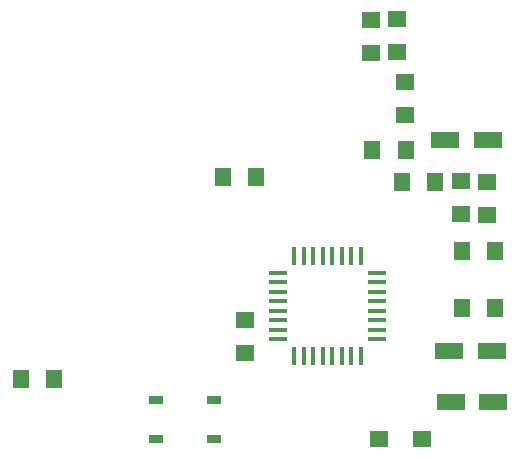
<source format=gbr>
G04 DipTrace 2.4.0.2*
%INTopPaste.gbr*%
%MOIN*%
%ADD60R,0.051X0.0274*%
%ADD62R,0.0117X0.0589*%
%ADD64R,0.0589X0.0117*%
%ADD78R,0.0628X0.0581*%
%ADD80R,0.0943X0.055*%
%ADD82R,0.0628X0.055*%
%ADD84R,0.055X0.0628*%
%FSLAX44Y44*%
G04*
G70*
G90*
G75*
G01*
%LNTopPaste*%
%LPD*%
D84*
X24113Y11084D3*
X25216D3*
X24113Y9178D3*
X25216D3*
D82*
X16869Y7687D3*
Y8789D3*
D80*
X23688Y7741D3*
X25105D3*
D84*
X22231Y14451D3*
X21129D3*
X22097Y13388D3*
X23200D3*
D82*
X24076Y12323D3*
Y13425D3*
D84*
X16137Y13571D3*
X17240D3*
D80*
X23555Y14780D3*
X24972D3*
X23735Y6056D3*
X25153D3*
D78*
X21341Y4812D3*
X22790D3*
D82*
X21940Y18817D3*
Y17714D3*
X24932Y12295D3*
Y13397D3*
D84*
X10503Y6816D3*
X9401D3*
D82*
X21067Y18796D3*
Y17693D3*
X22228Y15638D3*
Y16740D3*
D64*
X21282Y8151D3*
Y8466D3*
Y8781D3*
Y9096D3*
Y9411D3*
Y9726D3*
Y10041D3*
Y10356D3*
D62*
X20731Y10907D3*
X20416D3*
X20101D3*
X19786D3*
X19471D3*
X19156D3*
X18841D3*
X18526D3*
D64*
X17975Y10356D3*
Y10041D3*
Y9726D3*
Y9411D3*
Y9096D3*
Y8781D3*
Y8466D3*
Y8151D3*
D62*
X18526Y7600D3*
X18841D3*
X19156D3*
X19471D3*
X19786D3*
X20101D3*
X20416D3*
X20731D3*
D60*
X13925Y6120D3*
Y4821D3*
X15855D3*
Y6120D3*
M02*

</source>
